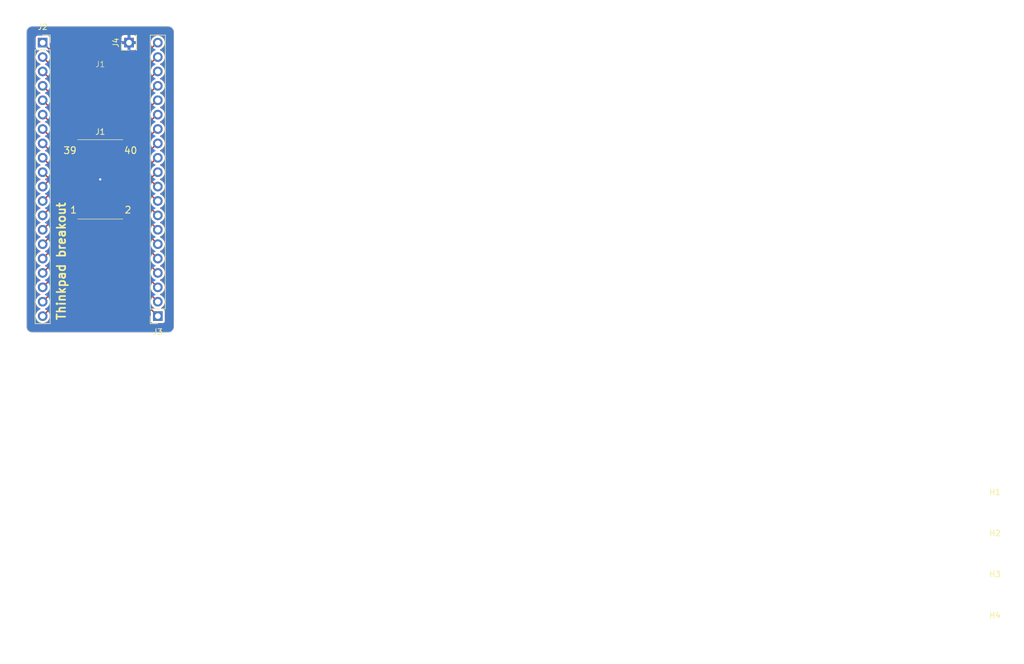
<source format=kicad_pcb>
(kicad_pcb (version 20221018) (generator pcbnew)
  (layers (0 "F.Cu" signal) (31 "B.Cu" signal) (34 "B.Paste" user) (35 "F.Paste" user) (36 "B.SilkS" user "B.Silkscreen") (37 "F.SilkS" user "F.Silkscreen") (38 "B.Mask" user) (39 "F.Mask" user) (44 "Edge.Cuts" user))
  (net 0 "")
  (net 1 "Net-(J1-Pin_39)")
  (net 2 "Net-(J1-Pin_37)")
  (net 3 "Net-(J1-Pin_35)")
  (net 4 "Net-(J1-Pin_33)")
  (net 5 "Net-(J1-Pin_31)")
  (net 6 "Net-(J1-Pin_29)")
  (net 7 "Net-(J1-Pin_27)")
  (net 8 "Net-(J1-Pin_25)")
  (net 9 "Net-(J1-Pin_23)")
  (net 10 "Net-(J1-Pin_21)")
  (net 11 "Net-(J1-Pin_19)")
  (net 12 "Net-(J1-Pin_17)")
  (net 13 "Net-(J1-Pin_15)")
  (net 14 "Net-(J1-Pin_13)")
  (net 15 "Net-(J1-Pin_11)")
  (net 16 "Net-(J1-Pin_9)")
  (net 17 "Net-(J1-Pin_7)")
  (net 18 "Net-(J1-Pin_5)")
  (net 19 "Net-(J1-Pin_3)")
  (net 20 "Net-(J1-Pin_1)")
  (net 21 "Net-(J1-Pin_2)")
  (net 22 "Net-(J1-Pin_4)")
  (net 23 "Net-(J1-Pin_6)")
  (net 24 "Net-(J1-Pin_8)")
  (net 25 "Net-(J1-Pin_10)")
  (net 26 "Net-(J1-Pin_12)")
  (net 27 "Net-(J1-Pin_14)")
  (net 28 "Net-(J1-Pin_16)")
  (net 29 "Net-(J1-Pin_18)")
  (net 30 "Net-(J1-Pin_20)")
  (net 31 "Net-(J1-Pin_22)")
  (net 32 "Net-(J1-Pin_24)")
  (net 33 "Net-(J1-Pin_26)")
  (net 34 "Net-(J1-Pin_28)")
  (net 35 "Net-(J1-Pin_30)")
  (net 36 "Net-(J1-Pin_32)")
  (net 37 "Net-(J1-Pin_34)")
  (net 38 "Net-(J1-Pin_36)")
  (net 39 "Net-(J1-Pin_38)")
  (net 40 "Net-(J1-Pin_40)")
  (net 41 "GND")
  (footprint "MountingHole:MountingHole_3.2mm_M3_ISO7380" (layer "F.Cu") (at 157.9 73.54)
    (fp_text reference "H3" (at 0 -3.85) (layer "F.SilkS"))
    (fp_text value "MountingHole")
    (pad "" np_thru_hole circle (at 0 0) (size 3.2 3.2) (drill 3.2) (layers "*.Cu" "*.Mask"))
  )
  (footprint "A-Thinkpad-USB-keyboard-footprints:Molex Slimstack 54363-0489" (layer "F.Cu") (at 0 0)
    (fp_text reference "J1" (at 0 -20.32 unlocked) (layer "F.SilkS") (effects (font (thickness 0.1))))
    (fp_text value "Conn_02x20_Odd_Even_MountingPin")
    (fp_text user "${REFERENCE}" (at 0 -8.4 unlocked) (layer "F.SilkS"))
    (fp_text user "1" (at -5.4 6.1 unlocked) (layer "F.SilkS") (effects (font (size 1.2 1.2) (thickness 0.18)) (justify left bottom)))
    (fp_text user "39" (at -6.6 -4.4 unlocked) (layer "F.SilkS") (effects (font (size 1.2 1.2) (thickness 0.18)) (justify left bottom)))
    (fp_text user "40" (at 4.1 -4.4 unlocked) (layer "F.SilkS") (effects (font (size 1.2 1.2) (thickness 0.18)) (justify left bottom)))
    (fp_text user "2" (at 4.2 6.1 unlocked) (layer "F.SilkS") (effects (font (size 1.2 1.2) (thickness 0.18)) (justify left bottom)))
    (fp_line (start -4 -7) (end 4 -7) (stroke (width 0.1)) (layer "F.SilkS"))
    (fp_line (start -4 7) (end 4 7) (stroke (width 0.1)) (layer "F.SilkS"))
    (pad "1" smd roundrect (at -3.1 4.75) (size 1.8 0.3) (layers "F.Cu" "F.Paste" "F.Mask") (net 20 "Net-(J1-Pin_1)"))
    (pad "2" smd roundrect (at 3.1 4.75) (size 1.8 0.3) (layers "F.Cu" "F.Paste" "F.Mask") (net 21 "Net-(J1-Pin_2)"))
    (pad "3" smd roundrect (at -3.1 4.25) (size 1.8 0.3) (layers "F.Cu" "F.Paste" "F.Mask") (net 19 "Net-(J1-Pin_3)"))
    (pad "4" smd roundrect (at 3.1 4.25) (size 1.8 0.3) (layers "F.Cu" "F.Paste" "F.Mask") (net 22 "Net-(J1-Pin_4)"))
    (pad "5" smd roundrect (at -3.1 3.75) (size 1.8 0.3) (layers "F.Cu" "F.Paste" "F.Mask") (net 18 "Net-(J1-Pin_5)"))
    (pad "6" smd roundrect (at 3.1 3.75) (size 1.8 0.3) (layers "F.Cu" "F.Paste" "F.Mask") (net 23 "Net-(J1-Pin_6)"))
    (pad "7" smd roundrect (at -3.1 3.25) (size 1.8 0.3) (layers "F.Cu" "F.Paste" "F.Mask") (net 17 "Net-(J1-Pin_7)"))
    (pad "8" smd roundrect (at 3.1 3.25) (size 1.8 0.3) (layers "F.Cu" "F.Paste" "F.Mask") (net 24 "Net-(J1-Pin_8)"))
    (pad "9" smd roundrect (at -3.1 2.75) (size 1.8 0.3) (layers "F.Cu" "F.Paste" "F.Mask") (net 16 "Net-(J1-Pin_9)"))
    (pad "10" smd roundrect (at 3.1 2.75) (size 1.8 0.3) (layers "F.Cu" "F.Paste" "F.Mask") (net 25 "Net-(J1-Pin_10)"))
    (pad "11" smd roundrect (at -3.1 2.25) (size 1.8 0.3) (layers "F.Cu" "F.Paste" "F.Mask") (net 15 "Net-(J1-Pin_11)"))
    (pad "12" smd roundrect (at 3.1 2.25) (size 1.8 0.3) (layers "F.Cu" "F.Paste" "F.Mask") (net 26 "Net-(J1-Pin_12)"))
    (pad "13" smd roundrect (at -3.1 1.75) (size 1.8 0.3) (layers "F.Cu" "F.Paste" "F.Mask") (net 14 "Net-(J1-Pin_13)"))
    (pad "14" smd roundrect (at 3.1 1.75) (size 1.8 0.3) (layers "F.Cu" "F.Paste" "F.Mask") (net 27 "Net-(J1-Pin_14)"))
    (pad "15" smd roundrect (at -3.1 1.25) (size 1.8 0.3) (layers "F.Cu" "F.Paste" "F.Mask") (net 13 "Net-(J1-Pin_15)"))
    (pad "16" smd roundrect (at 3.1 1.25) (size 1.8 0.3) (layers "F.Cu" "F.Paste" "F.Mask") (net 28 "Net-(J1-Pin_16)"))
    (pad "17" smd roundrect (at -3.1 0.75) (size 1.8 0.3) (layers "F.Cu" "F.Paste" "F.Mask") (net 12 "Net-(J1-Pin_17)"))
    (pad "18" smd roundrect (at 3.1 0.75) (size 1.8 0.3) (layers "F.Cu" "F.Paste" "F.Mask") (net 29 "Net-(J1-Pin_18)"))
    (pad "19" smd roundrect (at -3.1 0.25) (size 1.8 0.3) (layers "F.Cu" "F.Paste" "F.Mask") (net 11 "Net-(J1-Pin_19)"))
    (pad "20" smd roundrect (at 3.1 0.25) (size 1.8 0.3) (layers "F.Cu" "F.Paste" "F.Mask") (net 30 "Net-(J1-Pin_20)"))
    (pad "21" smd roundrect (at -3.1 -0.25) (size 1.8 0.3) (layers "F.Cu" "F.Paste" "F.Mask") (net 10 "Net-(J1-Pin_21)"))
    (pad "22" smd roundrect (at 3.1 -0.25) (size 1.8 0.3) (layers "F.Cu" "F.Paste" "F.Mask") (net 31 "Net-(J1-Pin_22)"))
    (pad "23" smd roundrect (at -3.1 -0.75) (size 1.8 0.3) (layers "F.Cu" "F.Paste" "F.Mask") (net 9 "Net-(J1-Pin_23)"))
    (pad "24" smd roundrect (at 3.1 -0.75) (size 1.8 0.3) (layers "F.Cu" "F.Paste" "F.Mask") (net 32 "Net-(J1-Pin_24)"))
    (pad "25" smd roundrect (at -3.1 -1.25) (size 1.8 0.3) (layers "F.Cu" "F.Paste" "F.Mask") (net 8 "Net-(J1-Pin_25)"))
    (pad "26" smd roundrect (at 3.1 -1.25) (size 1.8 0.3) (layers "F.Cu" "F.Paste" "F.Mask") (net 33 "Net-(J1-Pin_26)"))
    (pad "27" smd roundrect (at -3.1 -1.75) (size 1.8 0.3) (layers "F.Cu" "F.Paste" "F.Mask") (net 7 "Net-(J1-Pin_27)"))
    (pad "28" smd roundrect (at 3.1 -1.75) (size 1.8 0.3) (layers "F.Cu" "F.Paste" "F.Mask") (net 34 "Net-(J1-Pin_28)"))
    (pad "29" smd roundrect (at -3.1 -2.25) (size 1.8 0.3) (layers "F.Cu" "F.Paste" "F.Mask") (net 6 "Net-(J1-Pin_29)"))
    (pad "30" smd roundrect (at 3.1 -2.25) (size 1.8 0.3) (layers "F.Cu" "F.Paste" "F.Mask") (net 35 "Net-(J1-Pin_30)"))
    (pad "31" smd roundrect (at -3.1 -2.75) (size 1.8 0.3) (layers "F.Cu" "F.Paste" "F.Mask") (net 5 "Net-(J1-Pin_31)"))
    (pad "32" smd roundrect (at 3.1 -2.75) (size 1.8 0.3) (layers "F.Cu" "F.Paste" "F.Mask") (net 36 "Net-(J1-Pin_32)"))
    (pad "33" smd roundrect (at -3.1 -3.25) (size 1.8 0.3) (layers "F.Cu" "F.Paste" "F.Mask") (net 4 "Net-(J1-Pin_33)"))
    (pad "34" smd roundrect (at 3.1 -3.25) (size 1.8 0.3) (layers "F.Cu" "F.Paste" "F.Mask") (net 37 "Net-(J1-Pin_34)"))
    (pad "35" smd roundrect (at -3.1 -3.75) (size 1.8 0.3) (layers "F.Cu" "F.Paste" "F.Mask") (net 3 "Net-(J1-Pin_35)"))
    (pad "36" smd roundrect (at 3.1 -3.75) (size 1.8 0.3) (layers "F.Cu" "F.Paste" "F.Mask") (net 38 "Net-(J1-Pin_36)"))
    (pad "37" smd roundrect (at -3.1 -4.25) (size 1.8 0.3) (layers "F.Cu" "F.Paste" "F.Mask") (net 2 "Net-(J1-Pin_37)"))
    (pad "38" smd roundrect (at 3.1 -4.25) (size 1.8 0.3) (layers "F.Cu" "F.Paste" "F.Mask") (net 39 "Net-(J1-Pin_38)"))
    (pad "39" smd roundrect (at -3.1 -4.75) (size 1.8 0.3) (layers "F.Cu" "F.Paste" "F.Mask") (net 1 "Net-(J1-Pin_39)"))
    (pad "40" smd roundrect (at 3.1 -4.75) (size 1.8 0.3) (layers "F.Cu" "F.Paste" "F.Mask") (net 40 "Net-(J1-Pin_40)"))
    (pad "MP" smd roundrect (at -2.8 -5.95) (size 2.4 1.3) (layers "F.Cu" "F.Paste" "F.Mask") (roundrect_rratio 0.1538461538) (net 41 "GND"))
    (pad "MP" smd roundrect (at -2.8 5.95) (size 2.4 1.3) (layers "F.Cu" "F.Paste" "F.Mask") (roundrect_rratio 0.1538461538) (net 41 "GND"))
    (pad "MP" smd roundrect (at 2.8 -5.95) (size 2.4 1.3) (layers "F.Cu" "F.Paste" "F.Mask") (roundrect_rratio 0.1538461538) (net 41 "GND"))
    (pad "MP" smd roundrect (at 2.8 5.95) (size 2.4 1.3) (layers "F.Cu" "F.Paste" "F.Mask") (roundrect_rratio 0.1538461538) (net 41 "GND"))
  )
  (footprint "Connector_PinHeader_2.54mm:PinHeader_1x01_P2.54mm_Vertical" (layer "F.Cu") (at 5.08 -24.13 90)
    (fp_text reference "J4" (at 0 -2.33 90) (layer "F.SilkS"))
    (fp_text value "Conn_01x01_Socket")
    (fp_line (start -1.33 -1.33) (end 0 -1.33) (stroke (width 0.12)) (layer "F.SilkS"))
    (fp_line (start -1.33 0) (end -1.33 -1.33) (stroke (width 0.12)) (layer "F.SilkS"))
    (fp_line (start -1.33 1.27) (end -1.33 1.33) (stroke (width 0.12)) (layer "F.SilkS"))
    (fp_line (start -1.33 1.27) (end 1.33 1.27) (stroke (width 0.12)) (layer "F.SilkS"))
    (fp_line (start -1.33 1.33) (end 1.33 1.33) (stroke (width 0.12)) (layer "F.SilkS"))
    (fp_line (start 1.33 1.27) (end 1.33 1.33) (stroke (width 0.12)) (layer "F.SilkS"))
    (pad "1" thru_hole rect (at 0 0 90) (size 1.7 1.7) (drill 1) (layers "*.Cu" "*.Mask") (net 41 "GND"))
  )
  (footprint "MountingHole:MountingHole_3.2mm_M3_ISO7380" (layer "F.Cu") (at 157.9 66.29)
    (fp_text reference "H2" (at 0 -3.85) (layer "F.SilkS"))
    (fp_text value "MountingHole")
    (pad "" np_thru_hole circle (at 0 0) (size 3.2 3.2) (drill 3.2) (layers "*.Cu" "*.Mask"))
  )
  (footprint "MountingHole:MountingHole_3.2mm_M3_ISO7380" (layer "F.Cu") (at 157.9 59.04)
    (fp_text reference "H1" (at 0 -3.85) (layer "F.SilkS"))
    (fp_text value "MountingHole")
    (pad "" np_thru_hole circle (at 0 0) (size 3.2 3.2) (drill 3.2) (layers "*.Cu" "*.Mask"))
  )
  (footprint "Connector_PinSocket_2.54mm:PinSocket_1x20_P2.54mm_Vertical" (layer "F.Cu") (at 10.16 24.13 180)
    (fp_text reference "J3" (at 0 -2.77) (layer "F.SilkS"))
    (fp_text value "Conn_01x20_Socket")
    (fp_line (start -1.33 1.27) (end -1.33 49.59) (stroke (width 0.12)) (layer "F.SilkS"))
    (fp_line (start -1.33 1.27) (end 1.33 1.27) (stroke (width 0.12)) (layer "F.SilkS"))
    (fp_line (start -1.33 49.59) (end 1.33 49.59) (stroke (width 0.12)) (layer "F.SilkS"))
    (fp_line (start 0 -1.33) (end 1.33 -1.33) (stroke (width 0.12)) (layer "F.SilkS"))
    (fp_line (start 1.33 -1.33) (end 1.33 0) (stroke (width 0.12)) (layer "F.SilkS"))
    (fp_line (start 1.33 1.27) (end 1.33 49.59) (stroke (width 0.12)) (layer "F.SilkS"))
    (pad "1" thru_hole rect (at 0 0 180) (size 1.7 1.7) (drill 1) (layers "*.Cu" "*.Mask") (net 21 "Net-(J1-Pin_2)"))
    (pad "2" thru_hole oval (at 0 2.54 180) (size 1.7 1.7) (drill 1) (layers "*.Cu" "*.Mask") (net 22 "Net-(J1-Pin_4)"))
    (pad "3" thru_hole oval (at 0 5.08 180) (size 1.7 1.7) (drill 1) (layers "*.Cu" "*.Mask") (net 23 "Net-(J1-Pin_6)"))
    (pad "4" thru_hole oval (at 0 7.62 180) (size 1.7 1.7) (drill 1) (layers "*.Cu" "*.Mask") (net 24 "Net-(J1-Pin_8)"))
    (pad "5" thru_hole oval (at 0 10.16 180) (size 1.7 1.7) (drill 1) (layers "*.Cu" "*.Mask") (net 25 "Net-(J1-Pin_10)"))
    (pad "6" thru_hole oval (at 0 12.7 180) (size 1.7 1.7) (drill 1) (layers "*.Cu" "*.Mask") (net 26 "Net-(J1-Pin_12)"))
    (pad "7" thru_hole oval (at 0 15.24 180) (size 1.7 1.7) (drill 1) (layers "*.Cu" "*.Mask") (net 27 "Net-(J1-Pin_14)"))
    (pad "8" thru_hole oval (at 0 17.78 180) (size 1.7 1.7) (drill 1) (layers "*.Cu" "*.Mask") (net 28 "Net-(J1-Pin_16)"))
    (pad "9" thru_hole oval (at 0 20.32 180) (size 1.7 1.7) (drill 1) (layers "*.Cu" "*.Mask") (net 29 "Net-(J1-Pin_18)"))
    (pad "10" thru_hole oval (at 0 22.86 180) (size 1.7 1.7) (drill 1) (layers "*.Cu" "*.Mask") (net 30 "Net-(J1-Pin_20)"))
    (pad "11" thru_hole oval (at 0 25.4 180) (size 1.7 1.7) (drill 1) (layers "*.Cu" "*.Mask") (net 31 "Net-(J1-Pin_22)"))
    (pad "12" thru_hole oval (at 0 27.94 180) (size 1.7 1.7) (drill 1) (layers "*.Cu" "*.Mask") (net 32 "Net-(J1-Pin_24)"))
    (pad "13" thru_hole oval (at 0 30.48 180) (size 1.7 1.7) (drill 1) (layers "*.Cu" "*.Mask") (net 33 "Net-(J1-Pin_26)"))
    (pad "14" thru_hole oval (at 0 33.02 180) (size 1.7 1.7) (drill 1) (layers "*.Cu" "*.Mask") (net 34 "Net-(J1-Pin_28)"))
    (pad "15" thru_hole oval (at 0 35.56 180) (size 1.7 1.7) (drill 1) (layers "*.Cu" "*.Mask") (net 35 "Net-(J1-Pin_30)"))
    (pad "16" thru_hole oval (at 0 38.1 180) (size 1.7 1.7) (drill 1) (layers "*.Cu" "*.Mask") (net 36 "Net-(J1-Pin_32)"))
    (pad "17" thru_hole oval (at 0 40.64 180) (size 1.7 1.7) (drill 1) (layers "*.Cu" "*.Mask") (net 37 "Net-(J1-Pin_34)"))
    (pad "18" thru_hole oval (at 0 43.18 180) (size 1.7 1.7) (drill 1) (layers "*.Cu" "*.Mask") (net 38 "Net-(J1-Pin_36)"))
    (pad "19" thru_hole oval (at 0 45.72 180) (size 1.7 1.7) (drill 1) (layers "*.Cu" "*.Mask") (net 39 "Net-(J1-Pin_38)"))
    (pad "20" thru_hole oval (at 0 48.26 180) (size 1.7 1.7) (drill 1) (layers "*.Cu" "*.Mask") (net 40 "Net-(J1-Pin_40)"))
  )
  (footprint "MountingHole:MountingHole_3.2mm_M3_ISO7380" (layer "F.Cu") (at 157.9 80.79)
    (fp_text reference "H4" (at 0 -3.85) (layer "F.SilkS"))
    (fp_text value "MountingHole")
    (pad "" np_thru_hole circle (at 0 0) (size 3.2 3.2) (drill 3.2) (layers "*.Cu" "*.Mask"))
  )
  (footprint "Connector_PinSocket_2.54mm:PinSocket_1x20_P2.54mm_Vertical" (layer "F.Cu") (at -10.16 -24.13)
    (fp_text reference "J2" (at 0 -2.77) (layer "F.SilkS"))
    (fp_text value "Conn_01x20_Socket")
    (fp_line (start -1.33 1.27) (end -1.33 49.59) (stroke (width 0.12)) (layer "F.SilkS"))
    (fp_line (start -1.33 1.27) (end 1.33 1.27) (stroke (width 0.12)) (layer "F.SilkS"))
    (fp_line (start -1.33 49.59) (end 1.33 49.59) (stroke (width 0.12)) (layer "F.SilkS"))
    (fp_line (start 0 -1.33) (end 1.33 -1.33) (stroke (width 0.12)) (layer "F.SilkS"))
    (fp_line (start 1.33 -1.33) (end 1.33 0) (stroke (width 0.12)) (layer "F.SilkS"))
    (fp_line (start 1.33 1.27) (end 1.33 49.59) (stroke (width 0.12)) (layer "F.SilkS"))
    (pad "1" thru_hole rect (at 0 0) (size 1.7 1.7) (drill 1) (layers "*.Cu" "*.Mask") (net 1 "Net-(J1-Pin_39)"))
    (pad "2" thru_hole oval (at 0 2.54) (size 1.7 1.7) (drill 1) (layers "*.Cu" "*.Mask") (net 2 "Net-(J1-Pin_37)"))
    (pad "3" thru_hole oval (at 0 5.08) (size 1.7 1.7) (drill 1) (layers "*.Cu" "*.Mask") (net 3 "Net-(J1-Pin_35)"))
    (pad "4" thru_hole oval (at 0 7.62) (size 1.7 1.7) (drill 1) (layers "*.Cu" "*.Mask") (net 4 "Net-(J1-Pin_33)"))
    (pad "5" thru_hole oval (at 0 10.16) (size 1.7 1.7) (drill 1) (layers "*.Cu" "*.Mask") (net 5 "Net-(J1-Pin_31)"))
    (pad "6" thru_hole oval (at 0 12.7) (size 1.7 1.7) (drill 1) (layers "*.Cu" "*.Mask") (net 6 "Net-(J1-Pin_29)"))
    (pad "7" thru_hole oval (at 0 15.24) (size 1.7 1.7) (drill 1) (layers "*.Cu" "*.Mask") (net 7 "Net-(J1-Pin_27)"))
    (pad "8" thru_hole oval (at 0 17.78) (size 1.7 1.7) (drill 1) (layers "*.Cu" "*.Mask") (net 8 "Net-(J1-Pin_25)"))
    (pad "9" thru_hole oval (at 0 20.32) (size 1.7 1.7) (drill 1) (layers "*.Cu" "*.Mask") (net 9 "Net-(J1-Pin_23)"))
    (pad "10" thru_hole oval (at 0 22.86) (size 1.7 1.7) (drill 1) (layers "*.Cu" "*.Mask") (net 10 "Net-(J1-Pin_21)"))
    (pad "11" thru_hole oval (at 0 25.4) (size 1.7 1.7) (drill 1) (layers "*.Cu" "*.Mask") (net 11 "Net-(J1-Pin_19)"))
    (pad "12" thru_hole oval (at 0 27.94) (size 1.7 1.7) (drill 1) (layers "*.Cu" "*.Mask") (net 12 "Net-(J1-Pin_17)"))
    (pad "13" thru_hole oval (at 0 30.48) (size 1.7 1.7) (drill 1) (layers "*.Cu" "*.Mask") (net 13 "Net-(J1-Pin_15)"))
    (pad "14" thru_hole oval (at 0 33.02) (size 1.7 1.7) (drill 1) (layers "*.Cu" "*.Mask") (net 14 "Net-(J1-Pin_13)"))
    (pad "15" thru_hole oval (at 0 35.56) (size 1.7 1.7) (drill 1) (layers "*.Cu" "*.Mask") (net 15 "Net-(J1-Pin_11)"))
    (pad "16" thru_hole oval (at 0 38.1) (size 1.7 1.7) (drill 1) (layers "*.Cu" "*.Mask") (net 16 "Net-(J1-Pin_9)"))
    (pad "17" thru_hole oval (at 0 40.64) (size 1.7 1.7) (drill 1) (layers "*.Cu" "*.Mask") (net 17 "Net-(J1-Pin_7)"))
    (pad "18" thru_hole oval (at 0 43.18) (size 1.7 1.7) (drill 1) (layers "*.Cu" "*.Mask") (net 18 "Net-(J1-Pin_5)"))
    (pad "19" thru_hole oval (at 0 45.72) (size 1.7 1.7) (drill 1) (layers "*.Cu" "*.Mask") (net 19 "Net-(J1-Pin_3)"))
    (pad "20" thru_hole oval (at 0 48.26) (size 1.7 1.7) (drill 1) (layers "*.Cu" "*.Mask") (net 20 "Net-(J1-Pin_1)"))
  )
  (gr_line (start 13 -26) (end 13 26) (stroke (width 0.1)) (layer "Edge.Cuts"))
  (gr_line (start -12 -27) (end 12 -27) (stroke (width 0.1)) (layer "Edge.Cuts"))
  (gr_line (start -12 27) (end 12 27) (stroke (width 0.1)) (layer "Edge.Cuts"))
  (gr_arc (start -13 -26) (mid -12.707107 -26.707107) (end -12 -27) (stroke (width 0.1)) (layer "Edge.Cuts"))
  (gr_arc (start 13 26) (mid 12.707107 26.707107) (end 12 27) (stroke (width 0.1)) (layer "Edge.Cuts"))
  (gr_arc (start 12 -27) (mid 12.707107 -26.707107) (end 13 -26) (stroke (width 0.1)) (layer "Edge.Cuts"))
  (gr_line (start -13 -26) (end -13 26) (stroke (width 0.1)) (layer "Edge.Cuts"))
  (gr_arc (start -12 27) (mid -12.707107 26.707107) (end -13 26) (stroke (width 0.1)) (layer "Edge.Cuts"))
  (gr_text "Thinkpad breakout" (at -6 25 90) (layer "F.SilkS") (effects (font (size 1.5 1.5) (thickness 0.3) bold) (justify left bottom)))
  (segment (start -4.325 -18.295) (end -4.325 -5.075001) (width 0.25) (layer "F.Cu") (net 1))
  (segment (start -3.999999 -4.75) (end -3.1 -4.75) (width 0.25) (layer "F.Cu") (net 1))
  (segment (start -10.16 -24.13) (end -4.325 -18.295) (width 0.25) (layer "F.Cu") (net 1))
  (segment (start -4.325 -5.075001) (end -3.999999 -4.75) (width 0.25) (layer "F.Cu") (net 1))
  (segment (start -4.775 -16.205) (end -10.16 -21.59) (width 0.25) (layer "F.Cu") (net 2))
  (segment (start -3.1 -4.25) (end -4.136395 -4.25) (width 0.25) (layer "F.Cu") (net 2))
  (segment (start -4.136395 -4.25) (end -4.775 -4.888605) (width 0.25) (layer "F.Cu") (net 2))
  (segment (start -4.775 -4.888605) (end -4.775 -16.205) (width 0.25) (layer "F.Cu") (net 2))
  (segment (start -3.1 -3.75) (end -4.272791 -3.75) (width 0.25) (layer "F.Cu") (net 3))
  (segment (start -4.272791 -3.75) (end -5.225 -4.702209) (width 0.25) (layer "F.Cu") (net 3))
  (segment (start -5.225 -14.115) (end -10.16 -19.05) (width 0.25) (layer "F.Cu") (net 3))
  (segment (start -5.225 -4.702209) (end -5.225 -14.115) (width 0.25) (layer "F.Cu") (net 3))
  (segment (start -5.675 -12.025) (end -10.16 -16.51) (width 0.25) (layer "F.Cu") (net 4))
  (segment (start -5.675 -4.515813) (end -5.675 -12.025) (width 0.25) (layer "F.Cu") (net 4))
  (segment (start -4.409187 -3.25) (end -5.675 -4.515813) (width 0.25) (layer "F.Cu") (net 4))
  (segment (start -3.1 -3.25) (end -4.409187 -3.25) (width 0.25) (layer "F.Cu") (net 4))
  (segment (start -6.125 -4.329417) (end -6.125 -9.935) (width 0.25) (layer "F.Cu") (net 5))
  (segment (start -4.545583 -2.75) (end -6.125 -4.329417) (width 0.25) (layer "F.Cu") (net 5))
  (segment (start -3.1 -2.75) (end -4.545583 -2.75) (width 0.25) (layer "F.Cu") (net 5))
  (segment (start -6.125 -9.935) (end -10.16 -13.97) (width 0.25) (layer "F.Cu") (net 5))
  (segment (start -6.575 -4.143021) (end -6.575 -7.845) (width 0.25) (layer "F.Cu") (net 6))
  (segment (start -3.1 -2.25) (end -4.681979 -2.25) (width 0.25) (layer "F.Cu") (net 6))
  (segment (start -6.575 -7.845) (end -10.16 -11.43) (width 0.25) (layer "F.Cu") (net 6))
  (segment (start -4.681979 -2.25) (end -6.575 -4.143021) (width 0.25) (layer "F.Cu") (net 6))
  (segment (start -4.818375 -1.75) (end -3.1 -1.75) (width 0.25) (layer "F.Cu") (net 7))
  (segment (start -7.025 -3.956625) (end -4.818375 -1.75) (width 0.25) (layer "F.Cu") (net 7))
  (segment (start -10.16 -8.89) (end -7.025 -5.755) (width 0.25) (layer "F.Cu") (net 7))
  (segment (start -7.025 -5.755) (end -7.025 -3.956625) (width 0.25) (layer "F.Cu") (net 7))
  (segment (start -10.16 -6.35) (end -5.06 -1.25) (width 0.25) (layer "F.Cu") (net 8))
  (segment (start -5.06 -1.25) (end -3.1 -1.25) (width 0.25) (layer "F.Cu") (net 8))
  (segment (start -7.1 -0.75) (end -10.16 -3.81) (width 0.25) (layer "F.Cu") (net 9))
  (segment (start -3.1 -0.75) (end -7.1 -0.75) (width 0.25) (layer "F.Cu") (net 9))
  (segment (start -3.1 -0.25) (end -9.14 -0.25) (width 0.25) (layer "F.Cu") (net 10))
  (segment (start -9.14 -0.25) (end -10.16 -1.27) (width 0.25) (layer "F.Cu") (net 10))
  (segment (start -10.16 1.27) (end -9.14 0.25) (width 0.25) (layer "F.Cu") (net 11))
  (segment (start -9.14 0.25) (end -3.1 0.25) (width 0.25) (layer "F.Cu") (net 11))
  (segment (start -10.16 3.81) (end -7.1 0.75) (width 0.25) (layer "F.Cu") (net 12))
  (segment (start -7.1 0.75) (end -3.1 0.75) (width 0.25) (layer "F.Cu") (net 12))
  (segment (start -10.16 6.35) (end -5.06 1.25) (width 0.25) (layer "F.Cu") (net 13))
  (segment (start -5.06 1.25) (end -3.1 1.25) (width 0.25) (layer "F.Cu") (net 13))
  (segment (start -4.818375 1.75) (end -3.1 1.75) (width 0.25) (layer "F.Cu") (net 14))
  (segment (start -7.025 3.956625) (end -4.818375 1.75) (width 0.25) (layer "F.Cu") (net 14))
  (segment (start -10.16 8.89) (end -7.025 5.755) (width 0.25) (layer "F.Cu") (net 14))
  (segment (start -7.025 5.755) (end -7.025 3.956625) (width 0.25) (layer "F.Cu") (net 14))
  (segment (start -10.16 11.43) (end -6.575 7.845) (width 0.25) (layer "F.Cu") (net 15))
  (segment (start -6.575 7.845) (end -6.575 4.143021) (width 0.25) (layer "F.Cu") (net 15))
  (segment (start -6.575 4.143021) (end -4.681979 2.25) (width 0.25) (layer "F.Cu") (net 15))
  (segment (start -4.681979 2.25) (end -3.1 2.25) (width 0.25) (layer "F.Cu") (net 15))
  (segment (start -6.125 4.329417) (end -4.545583 2.75) (width 0.25) (layer "F.Cu") (net 16))
  (segment (start -10.16 13.97) (end -6.125 9.935) (width 0.25) (layer "F.Cu") (net 16))
  (segment (start -4.545583 2.75) (end -3.1 2.75) (width 0.25) (layer "F.Cu") (net 16))
  (segment (start -6.125 9.935) (end -6.125 4.329417) (width 0.25) (layer "F.Cu") (net 16))
  (segment (start -3.1 3.25) (end -4.409187 3.25) (width 0.25) (layer "F.Cu") (net 17))
  (segment (start -4.409187 3.25) (end -5.675 4.515813) (width 0.25) (layer "F.Cu") (net 17))
  (segment (start -5.675 12.025) (end -10.16 16.51) (width 0.25) (layer "F.Cu") (net 17))
  (segment (start -5.675 4.515813) (end -5.675 12.025) (width 0.25) (layer "F.Cu") (net 17))
  (segment (start -4.272791 3.75) (end -5.225 4.702209) (width 0.25) (layer "F.Cu") (net 18))
  (segment (start -5.225 4.702209) (end -5.225 14.115) (width 0.25) (layer "F.Cu") (net 18))
  (segment (start -3.1 3.75) (end -4.272791 3.75) (width 0.25) (layer "F.Cu") (net 18))
  (segment (start -5.225 14.115) (end -10.16 19.05) (width 0.25) (layer "F.Cu") (net 18))
  (segment (start -4.136395 4.25) (end -3.1 4.25) (width 0.25) (layer "F.Cu") (net 19))
  (segment (start -4.775 16.205) (end -4.775 4.888605) (width 0.25) (layer "F.Cu") (net 19))
  (segment (start -10.16 21.59) (end -4.775 16.205) (width 0.25) (layer "F.Cu") (net 19))
  (segment (start -4.775 4.888605) (end -4.136395 4.25) (width 0.25) (layer "F.Cu") (net 19))
  (segment (start -4.3 7.4) (end -4.3 18.27) (width 0.25) (layer "F.Cu") (net 20))
  (segment (start -4.325 5.075001) (end -4.325 7.375) (width 0.25) (layer "F.Cu") (net 20))
  (segment (start -4.325 7.375) (end -4.3 7.4) (width 0.25) (layer "F.Cu") (net 20))
  (segment (start -3.999999 4.75) (end -4.325 5.075001) (width 0.25) (layer "F.Cu") (net 20))
  (segment (start -4.3 18.27) (end -10.16 24.13) (width 0.25) (layer "F.Cu") (net 20))
  (segment (start -3.1 4.75) (end -3.999999 4.75) (width 0.25) (layer "F.Cu") (net 20))
  (segment (start 3.85 4.75) (end 4.4 5.3) (width 0.25) (layer "F.Cu") (net 21))
  (segment (start 3.1 4.75) (end 3.85 4.75) (width 0.25) (layer "F.Cu") (net 21))
  (segment (start 4.4 18.37) (end 10.16 24.13) (width 0.25) (layer "F.Cu") (net 21))
  (segment (start 4.4 5.3) (end 4.4 18.37) (width 0.25) (layer "F.Cu") (net 21))
  (segment (start 4.85 16.28) (end 10.16 21.59) (width 0.25) (layer "F.Cu") (net 22))
  (segment (start 4.067764 4.25) (end 4.85 5.032236) (width 0.25) (layer "F.Cu") (net 22))
  (segment (start 4.85 5.032236) (end 4.85 16.28) (width 0.25) (layer "F.Cu") (net 22))
  (segment (start 3.1 4.25) (end 4.067764 4.25) (width 0.25) (layer "F.Cu") (net 22))
  (segment (start 5.3 4.84584) (end 5.3 14.19) (width 0.25) (layer "F.Cu") (net 23))
  (segment (start 4.20416 3.75) (end 5.3 4.84584) (width 0.25) (layer "F.Cu") (net 23))
  (segment (start 3.1 3.75) (end 4.20416 3.75) (width 0.25) (layer "F.Cu") (net 23))
  (segment (start 5.3 14.19) (end 10.16 19.05) (width 0.25) (layer "F.Cu") (net 23))
  (segment (start 5.75 12.1) (end 10.16 16.51) (width 0.25) (layer "F.Cu") (net 24))
  (segment (start 3.1 3.25) (end 4.340556 3.25) (width 0.25) (layer "F.Cu") (net 24))
  (segment (start 4.340556 3.25) (end 5.75 4.659444) (width 0.25) (layer "F.Cu") (net 24))
  (segment (start 5.75 4.659444) (end 5.75 12.1) (width 0.25) (layer "F.Cu") (net 24))
  (segment (start 6.2 10.01) (end 10.16 13.97) (width 0.25) (layer "F.Cu") (net 25))
  (segment (start 4.476952 2.75) (end 6.2 4.473048) (width 0.25) (layer "F.Cu") (net 25))
  (segment (start 3.1 2.75) (end 4.476952 2.75) (width 0.25) (layer "F.Cu") (net 25))
  (segment (start 6.2 4.473048) (end 6.2 10.01) (width 0.25) (layer "F.Cu") (net 25))
  (segment (start 6.7 4.336652) (end 6.7 7.97) (width 0.25) (layer "F.Cu") (net 26))
  (segment (start 6.7 7.97) (end 10.16 11.43) (width 0.25) (layer "F.Cu") (net 26))
  (segment (start 3.1 2.25) (end 4.613348 2.25) (width 0.25) (layer "F.Cu") (net 26))
  (segment (start 4.613348 2.25) (end 6.7 4.336652) (width 0.25) (layer "F.Cu") (net 26))
  (segment (start 7.2 4.2) (end 4.75 1.75) (width 0.25) (layer "F.Cu") (net 27))
  (segment (start 4.75 1.75) (end 3.1 1.75) (width 0.25) (layer "F.Cu") (net 27))
  (segment (start 10.16 8.89) (end 7.2 5.93) (width 0.25) (layer "F.Cu") (net 27))
  (segment (start 7.2 5.93) (end 7.2 4.2) (width 0.25) (layer "F.Cu") (net 27))
  (segment (start 3.1 1.25) (end 5.06 1.25) (width 0.25) (layer "F.Cu") (net 28))
  (segment (start 5.06 1.25) (end 10.16 6.35) (width 0.25) (layer "F.Cu") (net 28))
  (segment (start 3.1 0.75) (end 6.94 0.75) (width 0.25) (layer "F.Cu") (net 29))
  (segment (start 6.94 0.75) (end 10 3.81) (width 0.25) (layer "F.Cu") (net 29))
  (segment (start 8.98 0.25) (end 10 1.27) (width 0.25) (layer "F.Cu") (net 30))
  (segment (start 3.1 0.25) (end 8.98 0.25) (width 0.25) (layer "F.Cu") (net 30))
  (segment (start 8.98 -0.25) (end 3.1 -0.25) (width 0.25) (layer "F.Cu") (net 31))
  (segment (start 10 -1.27) (end 8.98 -0.25) (width 0.25) (layer "F.Cu") (net 31))
  (segment (start 10 -3.81) (end 6.94 -0.75) (width 0.25) (layer "F.Cu") (net 32))
  (segment (start 6.94 -0.75) (end 3.1 -0.75) (width 0.25) (layer "F.Cu") (net 32))
  (segment (start 10 -6.295229) (end 4.954771 -1.25) (width 0.25) (layer "F.Cu") (net 33))
  (segment (start 4.954771 -1.25) (end 3.1 -1.25) (width 0.25) (layer "F.Cu") (net 33))
  (segment (start 10 -6.35) (end 10 -6.295229) (width 0.25) (layer "F.Cu") (net 33))
  (segment (start 7.1 -5.99) (end 7.1 -4.031625) (width 0.25) (layer "F.Cu") (net 34))
  (segment (start 10 -8.89) (end 7.1 -5.99) (width 0.25) (layer "F.Cu") (net 34))
  (segment (start 7.1 -4.031625) (end 4.818375 -1.75) (width 0.25) (layer "F.Cu") (net 34))
  (segment (start 4.818375 -1.75) (end 3.1 -1.75) (width 0.25) (layer "F.Cu") (net 34))
  (segment (start 6.65 -8.08) (end 6.65 -4.218021) (width 0.25) (layer "F.Cu") (net 35))
  (segment (start 10 -11.43) (end 6.65 -8.08) (width 0.25) (layer "F.Cu") (net 35))
  (segment (start 6.65 -4.218021) (end 4.681979 -2.25) (width 0.25) (layer "F.Cu") (net 35))
  (segment (start 4.681979 -2.25) (end 3.1 -2.25) (width 0.25) (layer "F.Cu") (net 35))
  (segment (start 4.545583 -2.75) (end 3.1 -2.75) (width 0.25) (layer "F.Cu") (net 36))
  (segment (start 6.2 -10.17) (end 6.2 -4.404417) (width 0.25) (layer "F.Cu") (net 36))
  (segment (start 6.2 -4.404417) (end 4.545583 -2.75) (width 0.25) (layer "F.Cu") (net 36))
  (segment (start 10 -13.97) (end 6.2 -10.17) (width 0.25) (layer "F.Cu") (net 36))
  (segment (start 5.75 -4.590813) (end 4.409187 -3.25) (width 0.25) (layer "F.Cu") (net 37))
  (segment (start 10 -16.51) (end 5.75 -12.26) (width 0.25) (layer "F.Cu") (net 37))
  (segment (start 4.409187 -3.25) (end 3.1 -3.25) (width 0.25) (layer "F.Cu") (net 37))
  (segment (start 5.75 -12.26) (end 5.75 -4.590813) (width 0.25) (layer "F.Cu") (net 37))
  (segment (start 4.272791 -3.75) (end 3.1 -3.75) (width 0.25) (layer "F.Cu") (net 38))
  (segment (start 5.3 -4.777209) (end 4.272791 -3.75) (width 0.25) (layer "F.Cu") (net 38))
  (segment (start 10 -19.05) (end 5.3 -14.35) (width 0.25) (layer "F.Cu") (net 38))
  (segment (start 5.3 -14.35) (end 5.3 -4.777209) (width 0.25) (layer "F.Cu") (net 38))
  (segment (start 4.85 -4.963605) (end 4.136395 -4.25) (width 0.25) (layer "F.Cu") (net 39))
  (segment (start 4.85 -16.44) (end 4.85 -4.963605) (width 0.25) (layer "F.Cu") (net 39))
  (segment (start 10 -21.59) (end 4.85 -16.44) (width 0.25) (layer "F.Cu") (net 39))
  (segment (start 4.136395 -4.25) (end 3.1 -4.25) (width 0.25) (layer "F.Cu") (net 39))
  (segment (start 4.4 -5.150001) (end 3.999999 -4.75) (width 0.25) (layer "F.Cu") (net 40))
  (segment (start 10 -24.13) (end 4.4 -18.53) (width 0.25) (layer "F.Cu") (net 40))
  (segment (start 3.999999 -4.75) (end 3.1 -4.75) (width 0.25) (layer "F.Cu") (net 40))
  (segment (start 4.4 -18.53) (end 4.4 -5.150001) (width 0.25) (layer "F.Cu") (net 40))
  (via (at 0 0) (size 0.8) (drill 0.4) (layers "F.Cu" "B.Cu") (net 41))
  (zone (net 41) (net_name "GND") (layers "F&B.Cu") (connect_pads (clearance 0.4)) (min_thickness 0.25) (fill yes (thermal_gap 0.5) (thermal_bridge_width 0.5))
    (polygon (pts (xy -13 -27) (xy 13 -27) (xy 13 27) (xy -13 27)))
  )
)
</source>
